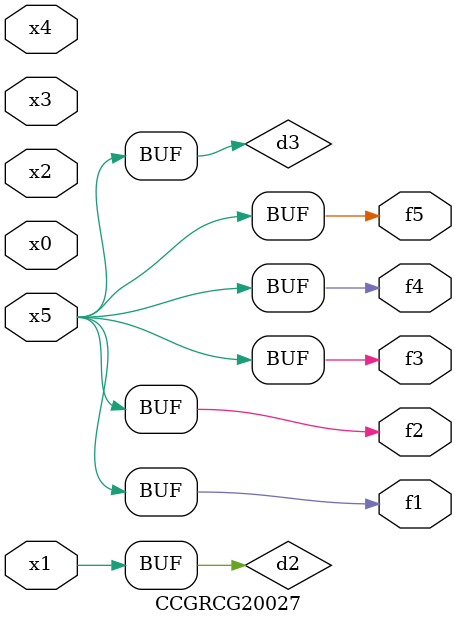
<source format=v>
module CCGRCG20027(
	input x0, x1, x2, x3, x4, x5,
	output f1, f2, f3, f4, f5
);

	wire d1, d2, d3;

	not (d1, x5);
	or (d2, x1);
	xnor (d3, d1);
	assign f1 = d3;
	assign f2 = d3;
	assign f3 = d3;
	assign f4 = d3;
	assign f5 = d3;
endmodule

</source>
